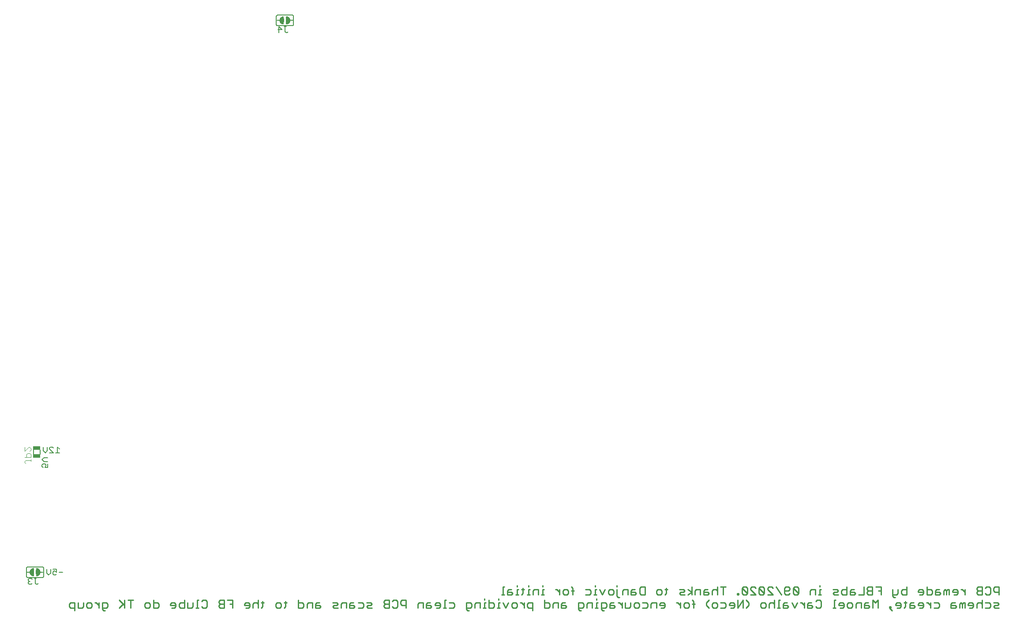
<source format=gbo>
G75*
%MOIN*%
%OFA0B0*%
%FSLAX25Y25*%
%IPPOS*%
%LPD*%
%AMOC8*
5,1,8,0,0,1.08239X$1,22.5*
%
%ADD10C,0.01000*%
%ADD11C,0.00700*%
%ADD12C,0.00600*%
%ADD13R,0.05512X0.02559*%
%ADD14C,0.00400*%
%ADD15C,0.00500*%
D10*
X0077334Y0014101D02*
X0078335Y0013100D01*
X0081338Y0013100D01*
X0081338Y0011098D02*
X0081338Y0017103D01*
X0078335Y0017103D01*
X0077334Y0016103D01*
X0077334Y0014101D01*
X0083780Y0013100D02*
X0083780Y0017103D01*
X0083780Y0013100D02*
X0086782Y0013100D01*
X0087783Y0014101D01*
X0087783Y0017103D01*
X0090225Y0016103D02*
X0091226Y0017103D01*
X0093228Y0017103D01*
X0094229Y0016103D01*
X0094229Y0014101D01*
X0093228Y0013100D01*
X0091226Y0013100D01*
X0090225Y0014101D01*
X0090225Y0016103D01*
X0096598Y0017103D02*
X0097598Y0017103D01*
X0099600Y0015102D01*
X0099600Y0017103D02*
X0099600Y0013100D01*
X0102042Y0013100D02*
X0105045Y0013100D01*
X0106046Y0014101D01*
X0106046Y0016103D01*
X0105045Y0017103D01*
X0102042Y0017103D01*
X0102042Y0012099D01*
X0103043Y0011098D01*
X0104044Y0011098D01*
X0114933Y0013100D02*
X0117936Y0016103D01*
X0118937Y0015102D02*
X0114933Y0019105D01*
X0118937Y0019105D02*
X0118937Y0013100D01*
X0123380Y0013100D02*
X0123380Y0019105D01*
X0121379Y0019105D02*
X0125382Y0019105D01*
X0134270Y0016103D02*
X0135270Y0017103D01*
X0137272Y0017103D01*
X0138273Y0016103D01*
X0138273Y0014101D01*
X0137272Y0013100D01*
X0135270Y0013100D01*
X0134270Y0014101D01*
X0134270Y0016103D01*
X0140715Y0017103D02*
X0143718Y0017103D01*
X0144719Y0016103D01*
X0144719Y0014101D01*
X0143718Y0013100D01*
X0140715Y0013100D01*
X0140715Y0019105D01*
X0153606Y0016103D02*
X0153606Y0015102D01*
X0157610Y0015102D01*
X0157610Y0016103D02*
X0156609Y0017103D01*
X0154607Y0017103D01*
X0153606Y0016103D01*
X0154607Y0013100D02*
X0156609Y0013100D01*
X0157610Y0014101D01*
X0157610Y0016103D01*
X0160052Y0016103D02*
X0161052Y0017103D01*
X0164055Y0017103D01*
X0164055Y0019105D02*
X0164055Y0013100D01*
X0161052Y0013100D01*
X0160052Y0014101D01*
X0160052Y0016103D01*
X0166497Y0017103D02*
X0166497Y0013100D01*
X0169500Y0013100D01*
X0170501Y0014101D01*
X0170501Y0017103D01*
X0173797Y0019105D02*
X0173797Y0013100D01*
X0174798Y0013100D02*
X0172796Y0013100D01*
X0177240Y0014101D02*
X0178240Y0013100D01*
X0180242Y0013100D01*
X0181243Y0014101D01*
X0181243Y0018104D01*
X0180242Y0019105D01*
X0178240Y0019105D01*
X0177240Y0018104D01*
X0174798Y0019105D02*
X0173797Y0019105D01*
X0190131Y0018104D02*
X0190131Y0017103D01*
X0191131Y0016103D01*
X0194134Y0016103D01*
X0194134Y0019105D02*
X0194134Y0013100D01*
X0191131Y0013100D01*
X0190131Y0014101D01*
X0190131Y0015102D01*
X0191131Y0016103D01*
X0190131Y0018104D02*
X0191131Y0019105D01*
X0194134Y0019105D01*
X0196576Y0019105D02*
X0200580Y0019105D01*
X0200580Y0013100D01*
X0200580Y0016103D02*
X0198578Y0016103D01*
X0209467Y0016103D02*
X0209467Y0015102D01*
X0213471Y0015102D01*
X0213471Y0016103D02*
X0212470Y0017103D01*
X0210468Y0017103D01*
X0209467Y0016103D01*
X0210468Y0013100D02*
X0212470Y0013100D01*
X0213471Y0014101D01*
X0213471Y0016103D01*
X0215913Y0016103D02*
X0215913Y0013100D01*
X0215913Y0016103D02*
X0216913Y0017103D01*
X0218915Y0017103D01*
X0219916Y0016103D01*
X0222211Y0017103D02*
X0224213Y0017103D01*
X0223212Y0018104D02*
X0223212Y0014101D01*
X0222211Y0013100D01*
X0219916Y0013100D02*
X0219916Y0019105D01*
X0233101Y0016103D02*
X0234101Y0017103D01*
X0236103Y0017103D01*
X0237104Y0016103D01*
X0237104Y0014101D01*
X0236103Y0013100D01*
X0234101Y0013100D01*
X0233101Y0014101D01*
X0233101Y0016103D01*
X0239399Y0017103D02*
X0241401Y0017103D01*
X0240400Y0018104D02*
X0240400Y0014101D01*
X0239399Y0013100D01*
X0250289Y0013100D02*
X0250289Y0019105D01*
X0250289Y0017103D02*
X0253291Y0017103D01*
X0254292Y0016103D01*
X0254292Y0014101D01*
X0253291Y0013100D01*
X0250289Y0013100D01*
X0256734Y0013100D02*
X0256734Y0016103D01*
X0257735Y0017103D01*
X0260737Y0017103D01*
X0260737Y0013100D01*
X0263180Y0013100D02*
X0266182Y0013100D01*
X0267183Y0014101D01*
X0266182Y0015102D01*
X0263180Y0015102D01*
X0263180Y0016103D02*
X0263180Y0013100D01*
X0263180Y0016103D02*
X0264180Y0017103D01*
X0266182Y0017103D01*
X0276071Y0017103D02*
X0279073Y0017103D01*
X0280074Y0016103D01*
X0279073Y0015102D01*
X0277071Y0015102D01*
X0276071Y0014101D01*
X0277071Y0013100D01*
X0280074Y0013100D01*
X0282516Y0013100D02*
X0282516Y0016103D01*
X0283517Y0017103D01*
X0286519Y0017103D01*
X0286519Y0013100D01*
X0288962Y0013100D02*
X0291964Y0013100D01*
X0292965Y0014101D01*
X0291964Y0015102D01*
X0288962Y0015102D01*
X0288962Y0016103D02*
X0288962Y0013100D01*
X0288962Y0016103D02*
X0289962Y0017103D01*
X0291964Y0017103D01*
X0295407Y0017103D02*
X0298410Y0017103D01*
X0299410Y0016103D01*
X0299410Y0014101D01*
X0298410Y0013100D01*
X0295407Y0013100D01*
X0301853Y0014101D02*
X0302853Y0015102D01*
X0304855Y0015102D01*
X0305856Y0016103D01*
X0304855Y0017103D01*
X0301853Y0017103D01*
X0301853Y0014101D02*
X0302853Y0013100D01*
X0305856Y0013100D01*
X0314744Y0014101D02*
X0315744Y0013100D01*
X0318747Y0013100D01*
X0318747Y0019105D01*
X0315744Y0019105D01*
X0314744Y0018104D01*
X0314744Y0017103D01*
X0315744Y0016103D01*
X0318747Y0016103D01*
X0315744Y0016103D02*
X0314744Y0015102D01*
X0314744Y0014101D01*
X0321189Y0014101D02*
X0322190Y0013100D01*
X0324192Y0013100D01*
X0325192Y0014101D01*
X0325192Y0018104D01*
X0324192Y0019105D01*
X0322190Y0019105D01*
X0321189Y0018104D01*
X0327635Y0018104D02*
X0327635Y0016103D01*
X0328635Y0015102D01*
X0331638Y0015102D01*
X0331638Y0013100D02*
X0331638Y0019105D01*
X0328635Y0019105D01*
X0327635Y0018104D01*
X0340526Y0016103D02*
X0340526Y0013100D01*
X0340526Y0016103D02*
X0341526Y0017103D01*
X0344529Y0017103D01*
X0344529Y0013100D01*
X0346971Y0013100D02*
X0349974Y0013100D01*
X0350974Y0014101D01*
X0349974Y0015102D01*
X0346971Y0015102D01*
X0346971Y0016103D02*
X0346971Y0013100D01*
X0346971Y0016103D02*
X0347972Y0017103D01*
X0349974Y0017103D01*
X0353417Y0016103D02*
X0354417Y0017103D01*
X0356419Y0017103D01*
X0357420Y0016103D01*
X0357420Y0014101D01*
X0356419Y0013100D01*
X0354417Y0013100D01*
X0353417Y0015102D02*
X0357420Y0015102D01*
X0359715Y0013100D02*
X0361717Y0013100D01*
X0360716Y0013100D02*
X0360716Y0019105D01*
X0361717Y0019105D01*
X0364159Y0017103D02*
X0367162Y0017103D01*
X0368162Y0016103D01*
X0368162Y0014101D01*
X0367162Y0013100D01*
X0364159Y0013100D01*
X0353417Y0015102D02*
X0353417Y0016103D01*
X0377050Y0017103D02*
X0377050Y0012099D01*
X0378051Y0011098D01*
X0379052Y0011098D01*
X0380053Y0013100D02*
X0377050Y0013100D01*
X0380053Y0013100D02*
X0381053Y0014101D01*
X0381053Y0016103D01*
X0380053Y0017103D01*
X0377050Y0017103D01*
X0383496Y0016103D02*
X0383496Y0013100D01*
X0383496Y0016103D02*
X0384496Y0017103D01*
X0387499Y0017103D01*
X0387499Y0013100D01*
X0389794Y0013100D02*
X0391796Y0013100D01*
X0390795Y0013100D02*
X0390795Y0017103D01*
X0391796Y0017103D01*
X0390795Y0019105D02*
X0390795Y0020106D01*
X0394238Y0019105D02*
X0394238Y0013100D01*
X0397241Y0013100D01*
X0398241Y0014101D01*
X0398241Y0016103D01*
X0397241Y0017103D01*
X0394238Y0017103D01*
X0401538Y0017103D02*
X0401538Y0013100D01*
X0402538Y0013100D02*
X0400537Y0013100D01*
X0401538Y0017103D02*
X0402538Y0017103D01*
X0401538Y0019105D02*
X0401538Y0020106D01*
X0403759Y0022970D02*
X0405761Y0022970D01*
X0404760Y0022970D02*
X0404760Y0028975D01*
X0405761Y0028975D01*
X0408203Y0025973D02*
X0408203Y0022970D01*
X0411206Y0022970D01*
X0412207Y0023971D01*
X0411206Y0024972D01*
X0408203Y0024972D01*
X0408203Y0025973D02*
X0409204Y0026973D01*
X0411206Y0026973D01*
X0415503Y0026973D02*
X0415503Y0022970D01*
X0416504Y0022970D02*
X0414502Y0022970D01*
X0415503Y0026973D02*
X0416504Y0026973D01*
X0415503Y0028975D02*
X0415503Y0029976D01*
X0418799Y0026973D02*
X0420801Y0026973D01*
X0419800Y0027974D02*
X0419800Y0023971D01*
X0418799Y0022970D01*
X0423096Y0022970D02*
X0425098Y0022970D01*
X0424097Y0022970D02*
X0424097Y0026973D01*
X0425098Y0026973D01*
X0424097Y0028975D02*
X0424097Y0029976D01*
X0427540Y0025973D02*
X0427540Y0022970D01*
X0427540Y0025973D02*
X0428541Y0026973D01*
X0431543Y0026973D01*
X0431543Y0022970D01*
X0433838Y0022970D02*
X0435840Y0022970D01*
X0434839Y0022970D02*
X0434839Y0026973D01*
X0435840Y0026973D01*
X0434839Y0028975D02*
X0434839Y0029976D01*
X0444654Y0026973D02*
X0445655Y0026973D01*
X0447657Y0024972D01*
X0447657Y0026973D02*
X0447657Y0022970D01*
X0450099Y0023971D02*
X0450099Y0025973D01*
X0451100Y0026973D01*
X0453102Y0026973D01*
X0454102Y0025973D01*
X0454102Y0023971D01*
X0453102Y0022970D01*
X0451100Y0022970D01*
X0450099Y0023971D01*
X0456398Y0025973D02*
X0458399Y0025973D01*
X0457399Y0027974D02*
X0457399Y0022970D01*
X0457399Y0027974D02*
X0456398Y0028975D01*
X0467287Y0026973D02*
X0470290Y0026973D01*
X0471290Y0025973D01*
X0471290Y0023971D01*
X0470290Y0022970D01*
X0467287Y0022970D01*
X0469362Y0017103D02*
X0468361Y0016103D01*
X0468361Y0013100D01*
X0465919Y0014101D02*
X0464918Y0013100D01*
X0461916Y0013100D01*
X0461916Y0012099D02*
X0461916Y0017103D01*
X0464918Y0017103D01*
X0465919Y0016103D01*
X0465919Y0014101D01*
X0463917Y0011098D02*
X0462917Y0011098D01*
X0461916Y0012099D01*
X0469362Y0017103D02*
X0472365Y0017103D01*
X0472365Y0013100D01*
X0474660Y0013100D02*
X0476662Y0013100D01*
X0475661Y0013100D02*
X0475661Y0017103D01*
X0476662Y0017103D01*
X0475661Y0019105D02*
X0475661Y0020106D01*
X0475587Y0022970D02*
X0473586Y0022970D01*
X0474587Y0022970D02*
X0474587Y0026973D01*
X0475587Y0026973D01*
X0474587Y0028975D02*
X0474587Y0029976D01*
X0478029Y0026973D02*
X0480031Y0022970D01*
X0482033Y0026973D01*
X0484475Y0025973D02*
X0485476Y0026973D01*
X0487478Y0026973D01*
X0488478Y0025973D01*
X0488478Y0023971D01*
X0487478Y0022970D01*
X0485476Y0022970D01*
X0484475Y0023971D01*
X0484475Y0025973D01*
X0490774Y0026973D02*
X0490774Y0021969D01*
X0491775Y0020968D01*
X0492775Y0020968D01*
X0495217Y0022970D02*
X0495217Y0025973D01*
X0496218Y0026973D01*
X0499221Y0026973D01*
X0499221Y0022970D01*
X0501663Y0022970D02*
X0504666Y0022970D01*
X0505666Y0023971D01*
X0504666Y0024972D01*
X0501663Y0024972D01*
X0501663Y0025973D02*
X0501663Y0022970D01*
X0501663Y0025973D02*
X0502664Y0026973D01*
X0504666Y0026973D01*
X0508108Y0027974D02*
X0509109Y0028975D01*
X0512112Y0028975D01*
X0512112Y0022970D01*
X0509109Y0022970D01*
X0508108Y0023971D01*
X0508108Y0027974D01*
X0520999Y0025973D02*
X0522000Y0026973D01*
X0524002Y0026973D01*
X0525003Y0025973D01*
X0525003Y0023971D01*
X0524002Y0022970D01*
X0522000Y0022970D01*
X0520999Y0023971D01*
X0520999Y0025973D01*
X0527298Y0026973D02*
X0529300Y0026973D01*
X0528299Y0027974D02*
X0528299Y0023971D01*
X0527298Y0022970D01*
X0526151Y0017103D02*
X0524149Y0017103D01*
X0523148Y0016103D01*
X0523148Y0015102D01*
X0527151Y0015102D01*
X0527151Y0016103D02*
X0526151Y0017103D01*
X0527151Y0016103D02*
X0527151Y0014101D01*
X0526151Y0013100D01*
X0524149Y0013100D01*
X0520706Y0013100D02*
X0520706Y0017103D01*
X0517703Y0017103D01*
X0516702Y0016103D01*
X0516702Y0013100D01*
X0514260Y0014101D02*
X0513260Y0013100D01*
X0510257Y0013100D01*
X0507815Y0014101D02*
X0506814Y0013100D01*
X0504812Y0013100D01*
X0503811Y0014101D01*
X0503811Y0016103D01*
X0504812Y0017103D01*
X0506814Y0017103D01*
X0507815Y0016103D01*
X0507815Y0014101D01*
X0510257Y0017103D02*
X0513260Y0017103D01*
X0514260Y0016103D01*
X0514260Y0014101D01*
X0501369Y0014101D02*
X0501369Y0017103D01*
X0501369Y0014101D02*
X0500369Y0013100D01*
X0497366Y0013100D01*
X0497366Y0017103D01*
X0494924Y0017103D02*
X0494924Y0013100D01*
X0494924Y0015102D02*
X0492922Y0017103D01*
X0491921Y0017103D01*
X0488552Y0017103D02*
X0486550Y0017103D01*
X0485549Y0016103D01*
X0485549Y0013100D01*
X0488552Y0013100D01*
X0489553Y0014101D01*
X0488552Y0015102D01*
X0485549Y0015102D01*
X0483107Y0016103D02*
X0483107Y0014101D01*
X0482106Y0013100D01*
X0479104Y0013100D01*
X0479104Y0012099D02*
X0479104Y0017103D01*
X0482106Y0017103D01*
X0483107Y0016103D01*
X0481105Y0011098D02*
X0480105Y0011098D01*
X0479104Y0012099D01*
X0490774Y0028975D02*
X0490774Y0029976D01*
X0452027Y0017103D02*
X0450026Y0017103D01*
X0449025Y0016103D01*
X0449025Y0013100D01*
X0452027Y0013100D01*
X0453028Y0014101D01*
X0452027Y0015102D01*
X0449025Y0015102D01*
X0446583Y0013100D02*
X0446583Y0017103D01*
X0443580Y0017103D01*
X0442579Y0016103D01*
X0442579Y0013100D01*
X0440137Y0014101D02*
X0440137Y0016103D01*
X0439136Y0017103D01*
X0436134Y0017103D01*
X0436134Y0019105D02*
X0436134Y0013100D01*
X0439136Y0013100D01*
X0440137Y0014101D01*
X0427246Y0013100D02*
X0424244Y0013100D01*
X0423243Y0014101D01*
X0423243Y0016103D01*
X0424244Y0017103D01*
X0427246Y0017103D01*
X0427246Y0011098D01*
X0420801Y0013100D02*
X0420801Y0017103D01*
X0420801Y0015102D02*
X0418799Y0017103D01*
X0417798Y0017103D01*
X0415429Y0016103D02*
X0414429Y0017103D01*
X0412427Y0017103D01*
X0411426Y0016103D01*
X0411426Y0014101D01*
X0412427Y0013100D01*
X0414429Y0013100D01*
X0415429Y0014101D01*
X0415429Y0016103D01*
X0408984Y0017103D02*
X0406982Y0013100D01*
X0404980Y0017103D01*
X0535966Y0017103D02*
X0536966Y0017103D01*
X0538968Y0015102D01*
X0538968Y0017103D02*
X0538968Y0013100D01*
X0541410Y0014101D02*
X0541410Y0016103D01*
X0542411Y0017103D01*
X0544413Y0017103D01*
X0545414Y0016103D01*
X0545414Y0014101D01*
X0544413Y0013100D01*
X0542411Y0013100D01*
X0541410Y0014101D01*
X0547709Y0016103D02*
X0549711Y0016103D01*
X0548710Y0018104D02*
X0548710Y0013100D01*
X0548710Y0018104D02*
X0547709Y0019105D01*
X0547562Y0022970D02*
X0547562Y0028975D01*
X0544560Y0026973D02*
X0547562Y0024972D01*
X0544560Y0022970D01*
X0542191Y0022970D02*
X0539188Y0022970D01*
X0538187Y0023971D01*
X0539188Y0024972D01*
X0541190Y0024972D01*
X0542191Y0025973D01*
X0541190Y0026973D01*
X0538187Y0026973D01*
X0550004Y0025973D02*
X0550004Y0022970D01*
X0550004Y0025973D02*
X0551005Y0026973D01*
X0554008Y0026973D01*
X0554008Y0022970D01*
X0556450Y0022970D02*
X0559452Y0022970D01*
X0560453Y0023971D01*
X0559452Y0024972D01*
X0556450Y0024972D01*
X0556450Y0025973D02*
X0556450Y0022970D01*
X0556450Y0025973D02*
X0557451Y0026973D01*
X0559452Y0026973D01*
X0562895Y0025973D02*
X0562895Y0022970D01*
X0562895Y0025973D02*
X0563896Y0026973D01*
X0565898Y0026973D01*
X0566899Y0025973D01*
X0566899Y0028975D02*
X0566899Y0022970D01*
X0571342Y0022970D02*
X0571342Y0028975D01*
X0569341Y0028975D02*
X0573344Y0028975D01*
X0582011Y0023971D02*
X0582011Y0022970D01*
X0583012Y0022970D01*
X0583012Y0023971D01*
X0582011Y0023971D01*
X0585454Y0023971D02*
X0585454Y0027974D01*
X0589458Y0023971D01*
X0588457Y0022970D01*
X0586455Y0022970D01*
X0585454Y0023971D01*
X0585454Y0027974D02*
X0586455Y0028975D01*
X0588457Y0028975D01*
X0589458Y0027974D01*
X0589458Y0023971D01*
X0591900Y0022970D02*
X0595903Y0022970D01*
X0591900Y0026973D01*
X0591900Y0027974D01*
X0592901Y0028975D01*
X0594902Y0028975D01*
X0595903Y0027974D01*
X0598345Y0027974D02*
X0602349Y0023971D01*
X0601348Y0022970D01*
X0599346Y0022970D01*
X0598345Y0023971D01*
X0598345Y0027974D01*
X0599346Y0028975D01*
X0601348Y0028975D01*
X0602349Y0027974D01*
X0602349Y0023971D01*
X0604791Y0022970D02*
X0608794Y0022970D01*
X0604791Y0026973D01*
X0604791Y0027974D01*
X0605792Y0028975D01*
X0607793Y0028975D01*
X0608794Y0027974D01*
X0611236Y0028975D02*
X0615240Y0022970D01*
X0617682Y0023971D02*
X0617682Y0027974D01*
X0618683Y0028975D01*
X0620684Y0028975D01*
X0621685Y0027974D01*
X0621685Y0026973D01*
X0620684Y0025973D01*
X0617682Y0025973D01*
X0617682Y0023971D02*
X0618683Y0022970D01*
X0620684Y0022970D01*
X0621685Y0023971D01*
X0624127Y0023971D02*
X0625128Y0022970D01*
X0627130Y0022970D01*
X0628131Y0023971D01*
X0624127Y0027974D01*
X0624127Y0023971D01*
X0624127Y0027974D02*
X0625128Y0028975D01*
X0627130Y0028975D01*
X0628131Y0027974D01*
X0628131Y0023971D01*
X0627057Y0017103D02*
X0625055Y0013100D01*
X0623053Y0017103D01*
X0619610Y0017103D02*
X0617609Y0017103D01*
X0616608Y0016103D01*
X0616608Y0013100D01*
X0619610Y0013100D01*
X0620611Y0014101D01*
X0619610Y0015102D01*
X0616608Y0015102D01*
X0614166Y0013100D02*
X0612164Y0013100D01*
X0613165Y0013100D02*
X0613165Y0019105D01*
X0614166Y0019105D01*
X0609869Y0019105D02*
X0609869Y0013100D01*
X0609869Y0016103D02*
X0608868Y0017103D01*
X0606866Y0017103D01*
X0605865Y0016103D01*
X0605865Y0013100D01*
X0603423Y0014101D02*
X0602422Y0013100D01*
X0600421Y0013100D01*
X0599420Y0014101D01*
X0599420Y0016103D01*
X0600421Y0017103D01*
X0602422Y0017103D01*
X0603423Y0016103D01*
X0603423Y0014101D01*
X0590532Y0015102D02*
X0590532Y0017103D01*
X0588530Y0019105D01*
X0586235Y0019105D02*
X0582232Y0013100D01*
X0582232Y0019105D01*
X0579790Y0016103D02*
X0578789Y0017103D01*
X0576787Y0017103D01*
X0575786Y0016103D01*
X0575786Y0015102D01*
X0579790Y0015102D01*
X0579790Y0014101D02*
X0579790Y0016103D01*
X0579790Y0014101D02*
X0578789Y0013100D01*
X0576787Y0013100D01*
X0573344Y0014101D02*
X0572343Y0013100D01*
X0569341Y0013100D01*
X0566899Y0014101D02*
X0565898Y0013100D01*
X0563896Y0013100D01*
X0562895Y0014101D01*
X0562895Y0016103D01*
X0563896Y0017103D01*
X0565898Y0017103D01*
X0566899Y0016103D01*
X0566899Y0014101D01*
X0569341Y0017103D02*
X0572343Y0017103D01*
X0573344Y0016103D01*
X0573344Y0014101D01*
X0560453Y0013100D02*
X0558451Y0015102D01*
X0558451Y0017103D01*
X0560453Y0019105D01*
X0586235Y0019105D02*
X0586235Y0013100D01*
X0588530Y0013100D02*
X0590532Y0015102D01*
X0629425Y0017103D02*
X0630426Y0017103D01*
X0632428Y0015102D01*
X0632428Y0017103D02*
X0632428Y0013100D01*
X0634870Y0013100D02*
X0637872Y0013100D01*
X0638873Y0014101D01*
X0637872Y0015102D01*
X0634870Y0015102D01*
X0634870Y0016103D02*
X0634870Y0013100D01*
X0634870Y0016103D02*
X0635871Y0017103D01*
X0637872Y0017103D01*
X0641315Y0018104D02*
X0642316Y0019105D01*
X0644318Y0019105D01*
X0645319Y0018104D01*
X0645319Y0014101D01*
X0644318Y0013100D01*
X0642316Y0013100D01*
X0641315Y0014101D01*
X0654060Y0013100D02*
X0656061Y0013100D01*
X0655060Y0013100D02*
X0655060Y0019105D01*
X0656061Y0019105D01*
X0658503Y0016103D02*
X0659504Y0017103D01*
X0661506Y0017103D01*
X0662507Y0016103D01*
X0662507Y0014101D01*
X0661506Y0013100D01*
X0659504Y0013100D01*
X0658503Y0015102D02*
X0662507Y0015102D01*
X0664949Y0016103D02*
X0665950Y0017103D01*
X0667951Y0017103D01*
X0668952Y0016103D01*
X0668952Y0014101D01*
X0667951Y0013100D01*
X0665950Y0013100D01*
X0664949Y0014101D01*
X0664949Y0016103D01*
X0671394Y0016103D02*
X0671394Y0013100D01*
X0671394Y0016103D02*
X0672395Y0017103D01*
X0675398Y0017103D01*
X0675398Y0013100D01*
X0677840Y0013100D02*
X0680842Y0013100D01*
X0681843Y0014101D01*
X0680842Y0015102D01*
X0677840Y0015102D01*
X0677840Y0016103D02*
X0677840Y0013100D01*
X0677840Y0016103D02*
X0678841Y0017103D01*
X0680842Y0017103D01*
X0684285Y0019105D02*
X0684285Y0013100D01*
X0688289Y0013100D02*
X0688289Y0019105D01*
X0686287Y0017103D01*
X0684285Y0019105D01*
X0683992Y0022970D02*
X0680989Y0022970D01*
X0679988Y0023971D01*
X0679988Y0024972D01*
X0680989Y0025973D01*
X0683992Y0025973D01*
X0683992Y0028975D02*
X0683992Y0022970D01*
X0680989Y0025973D02*
X0679988Y0026973D01*
X0679988Y0027974D01*
X0680989Y0028975D01*
X0683992Y0028975D01*
X0686434Y0028975D02*
X0690437Y0028975D01*
X0690437Y0022970D01*
X0690437Y0025973D02*
X0688436Y0025973D01*
X0677546Y0028975D02*
X0677546Y0022970D01*
X0673543Y0022970D01*
X0671101Y0023971D02*
X0670100Y0024972D01*
X0667097Y0024972D01*
X0667097Y0025973D02*
X0667097Y0022970D01*
X0670100Y0022970D01*
X0671101Y0023971D01*
X0670100Y0026973D02*
X0668098Y0026973D01*
X0667097Y0025973D01*
X0664655Y0026973D02*
X0661653Y0026973D01*
X0660652Y0025973D01*
X0660652Y0023971D01*
X0661653Y0022970D01*
X0664655Y0022970D01*
X0664655Y0028975D01*
X0658210Y0025973D02*
X0657209Y0026973D01*
X0654206Y0026973D01*
X0655207Y0024972D02*
X0654206Y0023971D01*
X0655207Y0022970D01*
X0658210Y0022970D01*
X0657209Y0024972D02*
X0658210Y0025973D01*
X0657209Y0024972D02*
X0655207Y0024972D01*
X0658503Y0016103D02*
X0658503Y0015102D01*
X0645319Y0022970D02*
X0643317Y0022970D01*
X0644318Y0022970D02*
X0644318Y0026973D01*
X0645319Y0026973D01*
X0644318Y0028975D02*
X0644318Y0029976D01*
X0641022Y0026973D02*
X0638019Y0026973D01*
X0637018Y0025973D01*
X0637018Y0022970D01*
X0641022Y0022970D02*
X0641022Y0026973D01*
X0697030Y0014101D02*
X0698030Y0014101D01*
X0698030Y0013100D01*
X0697030Y0013100D01*
X0697030Y0014101D01*
X0697030Y0013100D02*
X0699031Y0011098D01*
X0702474Y0013100D02*
X0704476Y0013100D01*
X0705477Y0014101D01*
X0705477Y0016103D01*
X0704476Y0017103D01*
X0702474Y0017103D01*
X0701473Y0016103D01*
X0701473Y0015102D01*
X0705477Y0015102D01*
X0707772Y0017103D02*
X0709774Y0017103D01*
X0708773Y0018104D02*
X0708773Y0014101D01*
X0707772Y0013100D01*
X0712216Y0013100D02*
X0715218Y0013100D01*
X0716219Y0014101D01*
X0715218Y0015102D01*
X0712216Y0015102D01*
X0712216Y0016103D02*
X0712216Y0013100D01*
X0712216Y0016103D02*
X0713217Y0017103D01*
X0715218Y0017103D01*
X0718661Y0016103D02*
X0718661Y0015102D01*
X0722665Y0015102D01*
X0722665Y0016103D02*
X0721664Y0017103D01*
X0719662Y0017103D01*
X0718661Y0016103D01*
X0719662Y0013100D02*
X0721664Y0013100D01*
X0722665Y0014101D01*
X0722665Y0016103D01*
X0725033Y0017103D02*
X0726034Y0017103D01*
X0728036Y0015102D01*
X0728036Y0017103D02*
X0728036Y0013100D01*
X0730478Y0013100D02*
X0733481Y0013100D01*
X0734482Y0014101D01*
X0734482Y0016103D01*
X0733481Y0017103D01*
X0730478Y0017103D01*
X0731552Y0022970D02*
X0734555Y0022970D01*
X0735556Y0023971D01*
X0734555Y0024972D01*
X0731552Y0024972D01*
X0731552Y0025973D02*
X0731552Y0022970D01*
X0729110Y0023971D02*
X0729110Y0025973D01*
X0728109Y0026973D01*
X0725107Y0026973D01*
X0725107Y0028975D02*
X0725107Y0022970D01*
X0728109Y0022970D01*
X0729110Y0023971D01*
X0731552Y0025973D02*
X0732553Y0026973D01*
X0734555Y0026973D01*
X0737998Y0025973D02*
X0737998Y0022970D01*
X0740000Y0022970D02*
X0740000Y0025973D01*
X0738999Y0026973D01*
X0737998Y0025973D01*
X0740000Y0025973D02*
X0741000Y0026973D01*
X0742001Y0026973D01*
X0742001Y0022970D01*
X0744443Y0024972D02*
X0748447Y0024972D01*
X0748447Y0025973D02*
X0747446Y0026973D01*
X0745444Y0026973D01*
X0744443Y0025973D01*
X0744443Y0024972D01*
X0745444Y0022970D02*
X0747446Y0022970D01*
X0748447Y0023971D01*
X0748447Y0025973D01*
X0750815Y0026973D02*
X0751816Y0026973D01*
X0753818Y0024972D01*
X0753818Y0026973D02*
X0753818Y0022970D01*
X0753818Y0017103D02*
X0752817Y0017103D01*
X0751816Y0016103D01*
X0750815Y0017103D01*
X0749815Y0016103D01*
X0749815Y0013100D01*
X0751816Y0013100D02*
X0751816Y0016103D01*
X0753818Y0017103D02*
X0753818Y0013100D01*
X0756260Y0015102D02*
X0760264Y0015102D01*
X0760264Y0016103D02*
X0759263Y0017103D01*
X0757261Y0017103D01*
X0756260Y0016103D01*
X0756260Y0015102D01*
X0757261Y0013100D02*
X0759263Y0013100D01*
X0760264Y0014101D01*
X0760264Y0016103D01*
X0762706Y0016103D02*
X0762706Y0013100D01*
X0762706Y0016103D02*
X0763706Y0017103D01*
X0765708Y0017103D01*
X0766709Y0016103D01*
X0769151Y0017103D02*
X0772154Y0017103D01*
X0773155Y0016103D01*
X0773155Y0014101D01*
X0772154Y0013100D01*
X0769151Y0013100D01*
X0766709Y0013100D02*
X0766709Y0019105D01*
X0766709Y0022970D02*
X0763706Y0022970D01*
X0762706Y0023971D01*
X0762706Y0024972D01*
X0763706Y0025973D01*
X0766709Y0025973D01*
X0766709Y0028975D02*
X0766709Y0022970D01*
X0769151Y0023971D02*
X0770152Y0022970D01*
X0772154Y0022970D01*
X0773155Y0023971D01*
X0773155Y0027974D01*
X0772154Y0028975D01*
X0770152Y0028975D01*
X0769151Y0027974D01*
X0766709Y0028975D02*
X0763706Y0028975D01*
X0762706Y0027974D01*
X0762706Y0026973D01*
X0763706Y0025973D01*
X0775597Y0025973D02*
X0775597Y0027974D01*
X0776597Y0028975D01*
X0779600Y0028975D01*
X0779600Y0022970D01*
X0779600Y0024972D02*
X0776597Y0024972D01*
X0775597Y0025973D01*
X0775597Y0017103D02*
X0778599Y0017103D01*
X0779600Y0016103D01*
X0778599Y0015102D01*
X0776597Y0015102D01*
X0775597Y0014101D01*
X0776597Y0013100D01*
X0779600Y0013100D01*
X0747373Y0014101D02*
X0746372Y0015102D01*
X0743369Y0015102D01*
X0743369Y0016103D02*
X0743369Y0013100D01*
X0746372Y0013100D01*
X0747373Y0014101D01*
X0746372Y0017103D02*
X0744370Y0017103D01*
X0743369Y0016103D01*
X0722665Y0023971D02*
X0722665Y0025973D01*
X0721664Y0026973D01*
X0719662Y0026973D01*
X0718661Y0025973D01*
X0718661Y0024972D01*
X0722665Y0024972D01*
X0722665Y0023971D02*
X0721664Y0022970D01*
X0719662Y0022970D01*
X0709774Y0022970D02*
X0709774Y0028975D01*
X0709774Y0026973D02*
X0706771Y0026973D01*
X0705770Y0025973D01*
X0705770Y0023971D01*
X0706771Y0022970D01*
X0709774Y0022970D01*
X0703328Y0023971D02*
X0702327Y0022970D01*
X0699325Y0022970D01*
X0699325Y0021969D02*
X0700326Y0020968D01*
X0701327Y0020968D01*
X0699325Y0021969D02*
X0699325Y0026973D01*
X0703328Y0026973D02*
X0703328Y0023971D01*
D11*
X0072250Y0040102D02*
X0069381Y0040102D01*
X0067646Y0040102D02*
X0066212Y0040819D01*
X0065494Y0040819D01*
X0064777Y0040102D01*
X0064777Y0038667D01*
X0065494Y0037950D01*
X0066929Y0037950D01*
X0067646Y0038667D01*
X0067646Y0040102D02*
X0067646Y0042254D01*
X0064777Y0042254D01*
X0063042Y0042254D02*
X0063042Y0039385D01*
X0061608Y0037950D01*
X0060173Y0039385D01*
X0060173Y0042254D01*
X0061004Y0119200D02*
X0058852Y0119200D01*
X0059569Y0120635D01*
X0059569Y0121352D01*
X0058852Y0122069D01*
X0057417Y0122069D01*
X0056700Y0121352D01*
X0056700Y0119917D01*
X0057417Y0119200D01*
X0061004Y0119200D02*
X0061004Y0122069D01*
X0061004Y0123804D02*
X0058135Y0123804D01*
X0056700Y0125238D01*
X0058135Y0126673D01*
X0061004Y0126673D01*
X0062277Y0130450D02*
X0065146Y0130450D01*
X0062277Y0133319D01*
X0062277Y0134036D01*
X0062994Y0134754D01*
X0064429Y0134754D01*
X0065146Y0134036D01*
X0068315Y0134754D02*
X0068315Y0130450D01*
X0066881Y0130450D02*
X0069750Y0130450D01*
X0069750Y0133319D02*
X0068315Y0134754D01*
X0060542Y0134754D02*
X0060542Y0131885D01*
X0059108Y0130450D01*
X0057673Y0131885D01*
X0057673Y0134754D01*
D12*
X0055100Y0132561D02*
X0055100Y0129332D01*
X0050100Y0129332D02*
X0050100Y0132561D01*
X0045850Y0044100D02*
X0056850Y0044100D01*
X0056910Y0044098D01*
X0056971Y0044093D01*
X0057030Y0044084D01*
X0057089Y0044071D01*
X0057148Y0044055D01*
X0057205Y0044035D01*
X0057260Y0044012D01*
X0057315Y0043985D01*
X0057367Y0043956D01*
X0057418Y0043923D01*
X0057467Y0043887D01*
X0057513Y0043849D01*
X0057557Y0043807D01*
X0057599Y0043763D01*
X0057637Y0043717D01*
X0057673Y0043668D01*
X0057706Y0043617D01*
X0057735Y0043565D01*
X0057762Y0043510D01*
X0057785Y0043455D01*
X0057805Y0043398D01*
X0057821Y0043339D01*
X0057834Y0043280D01*
X0057843Y0043221D01*
X0057848Y0043160D01*
X0057850Y0043100D01*
X0057850Y0037100D01*
X0057848Y0037040D01*
X0057843Y0036979D01*
X0057834Y0036920D01*
X0057821Y0036861D01*
X0057805Y0036802D01*
X0057785Y0036745D01*
X0057762Y0036690D01*
X0057735Y0036635D01*
X0057706Y0036583D01*
X0057673Y0036532D01*
X0057637Y0036483D01*
X0057599Y0036437D01*
X0057557Y0036393D01*
X0057513Y0036351D01*
X0057467Y0036313D01*
X0057418Y0036277D01*
X0057367Y0036244D01*
X0057315Y0036215D01*
X0057260Y0036188D01*
X0057205Y0036165D01*
X0057148Y0036145D01*
X0057089Y0036129D01*
X0057030Y0036116D01*
X0056971Y0036107D01*
X0056910Y0036102D01*
X0056850Y0036100D01*
X0045850Y0036100D01*
X0045790Y0036102D01*
X0045729Y0036107D01*
X0045670Y0036116D01*
X0045611Y0036129D01*
X0045552Y0036145D01*
X0045495Y0036165D01*
X0045440Y0036188D01*
X0045385Y0036215D01*
X0045333Y0036244D01*
X0045282Y0036277D01*
X0045233Y0036313D01*
X0045187Y0036351D01*
X0045143Y0036393D01*
X0045101Y0036437D01*
X0045063Y0036483D01*
X0045027Y0036532D01*
X0044994Y0036583D01*
X0044965Y0036635D01*
X0044938Y0036690D01*
X0044915Y0036745D01*
X0044895Y0036802D01*
X0044879Y0036861D01*
X0044866Y0036920D01*
X0044857Y0036979D01*
X0044852Y0037040D01*
X0044850Y0037100D01*
X0044850Y0043100D01*
X0044852Y0043160D01*
X0044857Y0043221D01*
X0044866Y0043280D01*
X0044879Y0043339D01*
X0044895Y0043398D01*
X0044915Y0043455D01*
X0044938Y0043510D01*
X0044965Y0043565D01*
X0044994Y0043617D01*
X0045027Y0043668D01*
X0045063Y0043717D01*
X0045101Y0043763D01*
X0045143Y0043807D01*
X0045187Y0043849D01*
X0045233Y0043887D01*
X0045282Y0043923D01*
X0045333Y0043956D01*
X0045385Y0043985D01*
X0045440Y0044012D01*
X0045495Y0044035D01*
X0045552Y0044055D01*
X0045611Y0044071D01*
X0045670Y0044084D01*
X0045729Y0044093D01*
X0045790Y0044098D01*
X0045850Y0044100D01*
X0045350Y0040100D02*
X0047350Y0040100D01*
X0055350Y0040100D02*
X0057350Y0040100D01*
X0234600Y0453600D02*
X0245600Y0453600D01*
X0245660Y0453602D01*
X0245721Y0453607D01*
X0245780Y0453616D01*
X0245839Y0453629D01*
X0245898Y0453645D01*
X0245955Y0453665D01*
X0246010Y0453688D01*
X0246065Y0453715D01*
X0246117Y0453744D01*
X0246168Y0453777D01*
X0246217Y0453813D01*
X0246263Y0453851D01*
X0246307Y0453893D01*
X0246349Y0453937D01*
X0246387Y0453983D01*
X0246423Y0454032D01*
X0246456Y0454083D01*
X0246485Y0454135D01*
X0246512Y0454190D01*
X0246535Y0454245D01*
X0246555Y0454302D01*
X0246571Y0454361D01*
X0246584Y0454420D01*
X0246593Y0454479D01*
X0246598Y0454540D01*
X0246600Y0454600D01*
X0246600Y0460600D01*
X0246598Y0460660D01*
X0246593Y0460721D01*
X0246584Y0460780D01*
X0246571Y0460839D01*
X0246555Y0460898D01*
X0246535Y0460955D01*
X0246512Y0461010D01*
X0246485Y0461065D01*
X0246456Y0461117D01*
X0246423Y0461168D01*
X0246387Y0461217D01*
X0246349Y0461263D01*
X0246307Y0461307D01*
X0246263Y0461349D01*
X0246217Y0461387D01*
X0246168Y0461423D01*
X0246117Y0461456D01*
X0246065Y0461485D01*
X0246010Y0461512D01*
X0245955Y0461535D01*
X0245898Y0461555D01*
X0245839Y0461571D01*
X0245780Y0461584D01*
X0245721Y0461593D01*
X0245660Y0461598D01*
X0245600Y0461600D01*
X0234600Y0461600D01*
X0234540Y0461598D01*
X0234479Y0461593D01*
X0234420Y0461584D01*
X0234361Y0461571D01*
X0234302Y0461555D01*
X0234245Y0461535D01*
X0234190Y0461512D01*
X0234135Y0461485D01*
X0234083Y0461456D01*
X0234032Y0461423D01*
X0233983Y0461387D01*
X0233937Y0461349D01*
X0233893Y0461307D01*
X0233851Y0461263D01*
X0233813Y0461217D01*
X0233777Y0461168D01*
X0233744Y0461117D01*
X0233715Y0461065D01*
X0233688Y0461010D01*
X0233665Y0460955D01*
X0233645Y0460898D01*
X0233629Y0460839D01*
X0233616Y0460780D01*
X0233607Y0460721D01*
X0233602Y0460660D01*
X0233600Y0460600D01*
X0233600Y0454600D01*
X0233602Y0454540D01*
X0233607Y0454479D01*
X0233616Y0454420D01*
X0233629Y0454361D01*
X0233645Y0454302D01*
X0233665Y0454245D01*
X0233688Y0454190D01*
X0233715Y0454135D01*
X0233744Y0454083D01*
X0233777Y0454032D01*
X0233813Y0453983D01*
X0233851Y0453937D01*
X0233893Y0453893D01*
X0233937Y0453851D01*
X0233983Y0453813D01*
X0234032Y0453777D01*
X0234083Y0453744D01*
X0234135Y0453715D01*
X0234190Y0453688D01*
X0234245Y0453665D01*
X0234302Y0453645D01*
X0234361Y0453629D01*
X0234420Y0453616D01*
X0234479Y0453607D01*
X0234540Y0453602D01*
X0234600Y0453600D01*
X0234100Y0457600D02*
X0236100Y0457600D01*
X0244100Y0457600D02*
X0246100Y0457600D01*
D13*
X0052606Y0133826D03*
X0052606Y0128026D03*
D14*
X0048097Y0126904D02*
X0048097Y0129206D01*
X0047330Y0129973D01*
X0045795Y0129973D01*
X0045028Y0129206D01*
X0045028Y0126904D01*
X0043493Y0126904D02*
X0048097Y0126904D01*
X0048097Y0125369D02*
X0048097Y0123835D01*
X0048097Y0124602D02*
X0044260Y0124602D01*
X0043493Y0123835D01*
X0043493Y0123067D01*
X0044260Y0122300D01*
X0043493Y0131508D02*
X0046562Y0134577D01*
X0047330Y0134577D01*
X0048097Y0133810D01*
X0048097Y0132275D01*
X0047330Y0131508D01*
X0043493Y0131508D02*
X0043493Y0134577D01*
D15*
X0046201Y0031601D02*
X0046952Y0030850D01*
X0048453Y0030850D01*
X0049204Y0031601D01*
X0047703Y0033102D02*
X0046952Y0033102D01*
X0046201Y0032351D01*
X0046201Y0031601D01*
X0046952Y0033102D02*
X0046201Y0033853D01*
X0046201Y0034603D01*
X0046952Y0035354D01*
X0048453Y0035354D01*
X0049204Y0034603D01*
X0050805Y0035354D02*
X0052307Y0035354D01*
X0051556Y0035354D02*
X0051556Y0031601D01*
X0052307Y0030850D01*
X0053057Y0030850D01*
X0053808Y0031601D01*
X0052599Y0037362D02*
X0052351Y0040100D01*
X0052351Y0040100D01*
X0052599Y0042838D01*
X0052600Y0042839D01*
X0052703Y0042827D01*
X0052807Y0042812D01*
X0052909Y0042793D01*
X0053011Y0042769D01*
X0053112Y0042742D01*
X0053211Y0042712D01*
X0053310Y0042677D01*
X0053407Y0042639D01*
X0053502Y0042597D01*
X0053596Y0042551D01*
X0053688Y0042502D01*
X0053779Y0042450D01*
X0053867Y0042394D01*
X0053953Y0042335D01*
X0054036Y0042272D01*
X0054117Y0042207D01*
X0054196Y0042138D01*
X0054272Y0042067D01*
X0054345Y0041992D01*
X0054416Y0041915D01*
X0054483Y0041836D01*
X0054547Y0041753D01*
X0054609Y0041669D01*
X0054666Y0041582D01*
X0054721Y0041493D01*
X0054772Y0041402D01*
X0054820Y0041309D01*
X0054864Y0041215D01*
X0054904Y0041119D01*
X0054941Y0041021D01*
X0054974Y0040922D01*
X0055004Y0040822D01*
X0055029Y0040721D01*
X0055051Y0040619D01*
X0055068Y0040516D01*
X0055082Y0040412D01*
X0055092Y0040309D01*
X0055098Y0040204D01*
X0055100Y0040100D01*
X0055098Y0039996D01*
X0055092Y0039891D01*
X0055082Y0039788D01*
X0055068Y0039684D01*
X0055051Y0039581D01*
X0055029Y0039479D01*
X0055004Y0039378D01*
X0054974Y0039278D01*
X0054941Y0039179D01*
X0054904Y0039081D01*
X0054864Y0038985D01*
X0054820Y0038891D01*
X0054772Y0038798D01*
X0054721Y0038707D01*
X0054666Y0038618D01*
X0054609Y0038531D01*
X0054547Y0038447D01*
X0054483Y0038364D01*
X0054416Y0038285D01*
X0054345Y0038208D01*
X0054272Y0038133D01*
X0054196Y0038062D01*
X0054117Y0037993D01*
X0054036Y0037928D01*
X0053953Y0037865D01*
X0053867Y0037806D01*
X0053779Y0037750D01*
X0053688Y0037698D01*
X0053596Y0037649D01*
X0053502Y0037603D01*
X0053407Y0037561D01*
X0053310Y0037523D01*
X0053211Y0037488D01*
X0053112Y0037458D01*
X0053011Y0037431D01*
X0052909Y0037407D01*
X0052807Y0037388D01*
X0052703Y0037373D01*
X0052600Y0037361D01*
X0052599Y0037838D01*
X0052694Y0037850D01*
X0052787Y0037866D01*
X0052880Y0037887D01*
X0052972Y0037911D01*
X0053063Y0037939D01*
X0053152Y0037970D01*
X0053241Y0038005D01*
X0053327Y0038044D01*
X0053412Y0038087D01*
X0053495Y0038133D01*
X0053576Y0038183D01*
X0053655Y0038235D01*
X0053732Y0038292D01*
X0053806Y0038351D01*
X0053878Y0038413D01*
X0053947Y0038478D01*
X0054013Y0038546D01*
X0054077Y0038617D01*
X0054137Y0038690D01*
X0054194Y0038766D01*
X0054248Y0038844D01*
X0054299Y0038925D01*
X0054346Y0039007D01*
X0054390Y0039091D01*
X0054431Y0039177D01*
X0054467Y0039265D01*
X0054500Y0039354D01*
X0054530Y0039444D01*
X0054555Y0039536D01*
X0054577Y0039628D01*
X0054594Y0039722D01*
X0054608Y0039816D01*
X0054618Y0039910D01*
X0054624Y0040005D01*
X0054626Y0040100D01*
X0054624Y0040195D01*
X0054618Y0040290D01*
X0054608Y0040384D01*
X0054594Y0040478D01*
X0054577Y0040572D01*
X0054555Y0040664D01*
X0054530Y0040756D01*
X0054500Y0040846D01*
X0054467Y0040935D01*
X0054431Y0041023D01*
X0054390Y0041109D01*
X0054346Y0041193D01*
X0054299Y0041275D01*
X0054248Y0041356D01*
X0054194Y0041434D01*
X0054137Y0041510D01*
X0054077Y0041583D01*
X0054013Y0041654D01*
X0053947Y0041722D01*
X0053878Y0041787D01*
X0053806Y0041849D01*
X0053732Y0041908D01*
X0053655Y0041965D01*
X0053576Y0042017D01*
X0053495Y0042067D01*
X0053412Y0042113D01*
X0053327Y0042156D01*
X0053241Y0042195D01*
X0053152Y0042230D01*
X0053063Y0042261D01*
X0052972Y0042289D01*
X0052880Y0042313D01*
X0052787Y0042334D01*
X0052694Y0042350D01*
X0052599Y0042362D01*
X0052599Y0041885D01*
X0052681Y0041871D01*
X0052763Y0041854D01*
X0052843Y0041833D01*
X0052923Y0041809D01*
X0053001Y0041780D01*
X0053078Y0041748D01*
X0053153Y0041713D01*
X0053227Y0041674D01*
X0053299Y0041632D01*
X0053369Y0041587D01*
X0053436Y0041538D01*
X0053501Y0041486D01*
X0053564Y0041432D01*
X0053624Y0041374D01*
X0053682Y0041314D01*
X0053736Y0041251D01*
X0053788Y0041186D01*
X0053837Y0041118D01*
X0053882Y0041049D01*
X0053924Y0040977D01*
X0053963Y0040903D01*
X0053998Y0040828D01*
X0054030Y0040751D01*
X0054059Y0040673D01*
X0054083Y0040593D01*
X0054104Y0040513D01*
X0054121Y0040431D01*
X0054135Y0040349D01*
X0054144Y0040266D01*
X0054150Y0040183D01*
X0054152Y0040100D01*
X0054150Y0040017D01*
X0054144Y0039934D01*
X0054135Y0039851D01*
X0054121Y0039769D01*
X0054104Y0039687D01*
X0054083Y0039607D01*
X0054059Y0039527D01*
X0054030Y0039449D01*
X0053998Y0039372D01*
X0053963Y0039297D01*
X0053924Y0039223D01*
X0053882Y0039151D01*
X0053837Y0039082D01*
X0053788Y0039014D01*
X0053736Y0038949D01*
X0053682Y0038886D01*
X0053624Y0038826D01*
X0053564Y0038768D01*
X0053501Y0038714D01*
X0053436Y0038662D01*
X0053369Y0038613D01*
X0053299Y0038568D01*
X0053227Y0038526D01*
X0053153Y0038487D01*
X0053078Y0038452D01*
X0053001Y0038420D01*
X0052923Y0038391D01*
X0052843Y0038367D01*
X0052763Y0038346D01*
X0052681Y0038329D01*
X0052599Y0038315D01*
X0052599Y0038795D01*
X0052669Y0038811D01*
X0052738Y0038830D01*
X0052806Y0038853D01*
X0052873Y0038879D01*
X0052939Y0038910D01*
X0053002Y0038943D01*
X0053064Y0038980D01*
X0053124Y0039021D01*
X0053181Y0039064D01*
X0053236Y0039111D01*
X0053288Y0039160D01*
X0053338Y0039212D01*
X0053385Y0039267D01*
X0053428Y0039325D01*
X0053469Y0039384D01*
X0053506Y0039446D01*
X0053539Y0039509D01*
X0053570Y0039575D01*
X0053596Y0039642D01*
X0053619Y0039710D01*
X0053639Y0039779D01*
X0053654Y0039850D01*
X0053666Y0039921D01*
X0053674Y0039992D01*
X0053678Y0040064D01*
X0053678Y0040136D01*
X0053674Y0040208D01*
X0053666Y0040279D01*
X0053654Y0040350D01*
X0053639Y0040421D01*
X0053619Y0040490D01*
X0053596Y0040558D01*
X0053570Y0040625D01*
X0053539Y0040691D01*
X0053506Y0040754D01*
X0053469Y0040816D01*
X0053428Y0040875D01*
X0053385Y0040933D01*
X0053338Y0040988D01*
X0053288Y0041040D01*
X0053236Y0041089D01*
X0053181Y0041136D01*
X0053124Y0041179D01*
X0053064Y0041220D01*
X0053002Y0041257D01*
X0052939Y0041290D01*
X0052873Y0041321D01*
X0052806Y0041347D01*
X0052738Y0041370D01*
X0052669Y0041389D01*
X0052599Y0041405D01*
X0052596Y0040918D01*
X0052651Y0040899D01*
X0052704Y0040877D01*
X0052755Y0040852D01*
X0052805Y0040823D01*
X0052852Y0040791D01*
X0052898Y0040755D01*
X0052941Y0040717D01*
X0052981Y0040676D01*
X0053018Y0040632D01*
X0053052Y0040586D01*
X0053083Y0040538D01*
X0053111Y0040487D01*
X0053135Y0040435D01*
X0053156Y0040382D01*
X0053173Y0040327D01*
X0053187Y0040271D01*
X0053196Y0040215D01*
X0053202Y0040157D01*
X0053204Y0040100D01*
X0053202Y0040043D01*
X0053196Y0039985D01*
X0053187Y0039929D01*
X0053173Y0039873D01*
X0053156Y0039818D01*
X0053135Y0039765D01*
X0053111Y0039713D01*
X0053083Y0039662D01*
X0053052Y0039614D01*
X0053018Y0039568D01*
X0052981Y0039524D01*
X0052941Y0039483D01*
X0052898Y0039445D01*
X0052852Y0039409D01*
X0052805Y0039377D01*
X0052755Y0039348D01*
X0052704Y0039323D01*
X0052651Y0039301D01*
X0052596Y0039282D01*
X0052582Y0039799D01*
X0052610Y0039823D01*
X0052636Y0039849D01*
X0052658Y0039878D01*
X0052678Y0039908D01*
X0052695Y0039941D01*
X0052709Y0039975D01*
X0052719Y0040010D01*
X0052726Y0040045D01*
X0052730Y0040082D01*
X0052730Y0040118D01*
X0052726Y0040155D01*
X0052719Y0040190D01*
X0052709Y0040225D01*
X0052695Y0040259D01*
X0052678Y0040292D01*
X0052658Y0040322D01*
X0052636Y0040351D01*
X0052610Y0040377D01*
X0052582Y0040401D01*
X0050101Y0042838D02*
X0050349Y0040100D01*
X0050349Y0040100D01*
X0050101Y0037362D01*
X0050100Y0037361D01*
X0049997Y0037373D01*
X0049893Y0037388D01*
X0049791Y0037407D01*
X0049689Y0037431D01*
X0049588Y0037458D01*
X0049489Y0037488D01*
X0049390Y0037523D01*
X0049293Y0037561D01*
X0049198Y0037603D01*
X0049104Y0037649D01*
X0049012Y0037698D01*
X0048921Y0037750D01*
X0048833Y0037806D01*
X0048747Y0037865D01*
X0048664Y0037928D01*
X0048583Y0037993D01*
X0048504Y0038062D01*
X0048428Y0038133D01*
X0048355Y0038208D01*
X0048284Y0038285D01*
X0048217Y0038364D01*
X0048153Y0038447D01*
X0048091Y0038531D01*
X0048034Y0038618D01*
X0047979Y0038707D01*
X0047928Y0038798D01*
X0047880Y0038891D01*
X0047836Y0038985D01*
X0047796Y0039081D01*
X0047759Y0039179D01*
X0047726Y0039278D01*
X0047696Y0039378D01*
X0047671Y0039479D01*
X0047649Y0039581D01*
X0047632Y0039684D01*
X0047618Y0039788D01*
X0047608Y0039891D01*
X0047602Y0039996D01*
X0047600Y0040100D01*
X0047602Y0040204D01*
X0047608Y0040309D01*
X0047618Y0040412D01*
X0047632Y0040516D01*
X0047649Y0040619D01*
X0047671Y0040721D01*
X0047696Y0040822D01*
X0047726Y0040922D01*
X0047759Y0041021D01*
X0047796Y0041119D01*
X0047836Y0041215D01*
X0047880Y0041309D01*
X0047928Y0041402D01*
X0047979Y0041493D01*
X0048034Y0041582D01*
X0048091Y0041669D01*
X0048153Y0041753D01*
X0048217Y0041836D01*
X0048284Y0041915D01*
X0048355Y0041992D01*
X0048428Y0042067D01*
X0048504Y0042138D01*
X0048583Y0042207D01*
X0048664Y0042272D01*
X0048747Y0042335D01*
X0048833Y0042394D01*
X0048921Y0042450D01*
X0049012Y0042502D01*
X0049104Y0042551D01*
X0049198Y0042597D01*
X0049293Y0042639D01*
X0049390Y0042677D01*
X0049489Y0042712D01*
X0049588Y0042742D01*
X0049689Y0042769D01*
X0049791Y0042793D01*
X0049893Y0042812D01*
X0049997Y0042827D01*
X0050100Y0042839D01*
X0050101Y0042362D01*
X0050006Y0042350D01*
X0049913Y0042334D01*
X0049820Y0042313D01*
X0049728Y0042289D01*
X0049637Y0042261D01*
X0049548Y0042230D01*
X0049459Y0042195D01*
X0049373Y0042156D01*
X0049288Y0042113D01*
X0049205Y0042067D01*
X0049124Y0042017D01*
X0049045Y0041965D01*
X0048968Y0041908D01*
X0048894Y0041849D01*
X0048822Y0041787D01*
X0048753Y0041722D01*
X0048687Y0041654D01*
X0048623Y0041583D01*
X0048563Y0041510D01*
X0048506Y0041434D01*
X0048452Y0041356D01*
X0048401Y0041275D01*
X0048354Y0041193D01*
X0048310Y0041109D01*
X0048269Y0041023D01*
X0048233Y0040935D01*
X0048200Y0040846D01*
X0048170Y0040756D01*
X0048145Y0040664D01*
X0048123Y0040572D01*
X0048106Y0040478D01*
X0048092Y0040384D01*
X0048082Y0040290D01*
X0048076Y0040195D01*
X0048074Y0040100D01*
X0048076Y0040005D01*
X0048082Y0039910D01*
X0048092Y0039816D01*
X0048106Y0039722D01*
X0048123Y0039628D01*
X0048145Y0039536D01*
X0048170Y0039444D01*
X0048200Y0039354D01*
X0048233Y0039265D01*
X0048269Y0039177D01*
X0048310Y0039091D01*
X0048354Y0039007D01*
X0048401Y0038925D01*
X0048452Y0038844D01*
X0048506Y0038766D01*
X0048563Y0038690D01*
X0048623Y0038617D01*
X0048687Y0038546D01*
X0048753Y0038478D01*
X0048822Y0038413D01*
X0048894Y0038351D01*
X0048968Y0038292D01*
X0049045Y0038235D01*
X0049124Y0038183D01*
X0049205Y0038133D01*
X0049288Y0038087D01*
X0049373Y0038044D01*
X0049459Y0038005D01*
X0049548Y0037970D01*
X0049637Y0037939D01*
X0049728Y0037911D01*
X0049820Y0037887D01*
X0049913Y0037866D01*
X0050006Y0037850D01*
X0050101Y0037838D01*
X0050101Y0038315D01*
X0050019Y0038329D01*
X0049937Y0038346D01*
X0049857Y0038367D01*
X0049777Y0038391D01*
X0049699Y0038420D01*
X0049622Y0038452D01*
X0049547Y0038487D01*
X0049473Y0038526D01*
X0049401Y0038568D01*
X0049331Y0038613D01*
X0049264Y0038662D01*
X0049199Y0038714D01*
X0049136Y0038768D01*
X0049076Y0038826D01*
X0049018Y0038886D01*
X0048964Y0038949D01*
X0048912Y0039014D01*
X0048863Y0039082D01*
X0048818Y0039151D01*
X0048776Y0039223D01*
X0048737Y0039297D01*
X0048702Y0039372D01*
X0048670Y0039449D01*
X0048641Y0039527D01*
X0048617Y0039607D01*
X0048596Y0039687D01*
X0048579Y0039769D01*
X0048565Y0039851D01*
X0048556Y0039934D01*
X0048550Y0040017D01*
X0048548Y0040100D01*
X0048550Y0040183D01*
X0048556Y0040266D01*
X0048565Y0040349D01*
X0048579Y0040431D01*
X0048596Y0040513D01*
X0048617Y0040593D01*
X0048641Y0040673D01*
X0048670Y0040751D01*
X0048702Y0040828D01*
X0048737Y0040903D01*
X0048776Y0040977D01*
X0048818Y0041049D01*
X0048863Y0041118D01*
X0048912Y0041186D01*
X0048964Y0041251D01*
X0049018Y0041314D01*
X0049076Y0041374D01*
X0049136Y0041432D01*
X0049199Y0041486D01*
X0049264Y0041538D01*
X0049331Y0041587D01*
X0049401Y0041632D01*
X0049473Y0041674D01*
X0049547Y0041713D01*
X0049622Y0041748D01*
X0049699Y0041780D01*
X0049777Y0041809D01*
X0049857Y0041833D01*
X0049937Y0041854D01*
X0050019Y0041871D01*
X0050101Y0041885D01*
X0050101Y0041405D01*
X0050031Y0041389D01*
X0049962Y0041370D01*
X0049894Y0041347D01*
X0049827Y0041321D01*
X0049761Y0041290D01*
X0049698Y0041257D01*
X0049636Y0041220D01*
X0049576Y0041179D01*
X0049519Y0041136D01*
X0049464Y0041089D01*
X0049412Y0041040D01*
X0049362Y0040988D01*
X0049315Y0040933D01*
X0049272Y0040875D01*
X0049231Y0040816D01*
X0049194Y0040754D01*
X0049161Y0040691D01*
X0049130Y0040625D01*
X0049104Y0040558D01*
X0049081Y0040490D01*
X0049061Y0040421D01*
X0049046Y0040350D01*
X0049034Y0040279D01*
X0049026Y0040208D01*
X0049022Y0040136D01*
X0049022Y0040064D01*
X0049026Y0039992D01*
X0049034Y0039921D01*
X0049046Y0039850D01*
X0049061Y0039779D01*
X0049081Y0039710D01*
X0049104Y0039642D01*
X0049130Y0039575D01*
X0049161Y0039509D01*
X0049194Y0039446D01*
X0049231Y0039384D01*
X0049272Y0039325D01*
X0049315Y0039267D01*
X0049362Y0039212D01*
X0049412Y0039160D01*
X0049464Y0039111D01*
X0049519Y0039064D01*
X0049576Y0039021D01*
X0049636Y0038980D01*
X0049698Y0038943D01*
X0049761Y0038910D01*
X0049827Y0038879D01*
X0049894Y0038853D01*
X0049962Y0038830D01*
X0050031Y0038811D01*
X0050101Y0038795D01*
X0050104Y0039282D01*
X0050049Y0039301D01*
X0049996Y0039323D01*
X0049945Y0039348D01*
X0049895Y0039377D01*
X0049848Y0039409D01*
X0049802Y0039445D01*
X0049759Y0039483D01*
X0049719Y0039524D01*
X0049682Y0039568D01*
X0049648Y0039614D01*
X0049617Y0039662D01*
X0049589Y0039713D01*
X0049565Y0039765D01*
X0049544Y0039818D01*
X0049527Y0039873D01*
X0049513Y0039929D01*
X0049504Y0039985D01*
X0049498Y0040043D01*
X0049496Y0040100D01*
X0049498Y0040157D01*
X0049504Y0040215D01*
X0049513Y0040271D01*
X0049527Y0040327D01*
X0049544Y0040382D01*
X0049565Y0040435D01*
X0049589Y0040487D01*
X0049617Y0040538D01*
X0049648Y0040586D01*
X0049682Y0040632D01*
X0049719Y0040676D01*
X0049759Y0040717D01*
X0049802Y0040755D01*
X0049848Y0040791D01*
X0049895Y0040823D01*
X0049945Y0040852D01*
X0049996Y0040877D01*
X0050049Y0040899D01*
X0050104Y0040918D01*
X0050118Y0040401D01*
X0050090Y0040377D01*
X0050064Y0040351D01*
X0050042Y0040322D01*
X0050022Y0040292D01*
X0050005Y0040259D01*
X0049991Y0040225D01*
X0049981Y0040190D01*
X0049974Y0040155D01*
X0049970Y0040118D01*
X0049970Y0040082D01*
X0049974Y0040045D01*
X0049981Y0040010D01*
X0049991Y0039975D01*
X0050005Y0039941D01*
X0050022Y0039908D01*
X0050042Y0039878D01*
X0050064Y0039849D01*
X0050090Y0039823D01*
X0050118Y0039799D01*
X0235702Y0448350D02*
X0235702Y0452854D01*
X0237954Y0450602D01*
X0234951Y0450602D01*
X0239555Y0452854D02*
X0241057Y0452854D01*
X0240306Y0452854D02*
X0240306Y0449101D01*
X0241057Y0448350D01*
X0241807Y0448350D01*
X0242558Y0449101D01*
X0241349Y0454862D02*
X0241101Y0457600D01*
X0241101Y0457600D01*
X0241349Y0460338D01*
X0241350Y0460339D01*
X0241453Y0460327D01*
X0241557Y0460312D01*
X0241659Y0460293D01*
X0241761Y0460269D01*
X0241862Y0460242D01*
X0241961Y0460212D01*
X0242060Y0460177D01*
X0242157Y0460139D01*
X0242252Y0460097D01*
X0242346Y0460051D01*
X0242438Y0460002D01*
X0242529Y0459950D01*
X0242617Y0459894D01*
X0242703Y0459835D01*
X0242786Y0459772D01*
X0242867Y0459707D01*
X0242946Y0459638D01*
X0243022Y0459567D01*
X0243095Y0459492D01*
X0243166Y0459415D01*
X0243233Y0459336D01*
X0243297Y0459253D01*
X0243359Y0459169D01*
X0243416Y0459082D01*
X0243471Y0458993D01*
X0243522Y0458902D01*
X0243570Y0458809D01*
X0243614Y0458715D01*
X0243654Y0458619D01*
X0243691Y0458521D01*
X0243724Y0458422D01*
X0243754Y0458322D01*
X0243779Y0458221D01*
X0243801Y0458119D01*
X0243818Y0458016D01*
X0243832Y0457912D01*
X0243842Y0457809D01*
X0243848Y0457704D01*
X0243850Y0457600D01*
X0243848Y0457496D01*
X0243842Y0457391D01*
X0243832Y0457288D01*
X0243818Y0457184D01*
X0243801Y0457081D01*
X0243779Y0456979D01*
X0243754Y0456878D01*
X0243724Y0456778D01*
X0243691Y0456679D01*
X0243654Y0456581D01*
X0243614Y0456485D01*
X0243570Y0456391D01*
X0243522Y0456298D01*
X0243471Y0456207D01*
X0243416Y0456118D01*
X0243359Y0456031D01*
X0243297Y0455947D01*
X0243233Y0455864D01*
X0243166Y0455785D01*
X0243095Y0455708D01*
X0243022Y0455633D01*
X0242946Y0455562D01*
X0242867Y0455493D01*
X0242786Y0455428D01*
X0242703Y0455365D01*
X0242617Y0455306D01*
X0242529Y0455250D01*
X0242438Y0455198D01*
X0242346Y0455149D01*
X0242252Y0455103D01*
X0242157Y0455061D01*
X0242060Y0455023D01*
X0241961Y0454988D01*
X0241862Y0454958D01*
X0241761Y0454931D01*
X0241659Y0454907D01*
X0241557Y0454888D01*
X0241453Y0454873D01*
X0241350Y0454861D01*
X0241349Y0455338D01*
X0241444Y0455350D01*
X0241537Y0455366D01*
X0241630Y0455387D01*
X0241722Y0455411D01*
X0241813Y0455439D01*
X0241902Y0455470D01*
X0241991Y0455505D01*
X0242077Y0455544D01*
X0242162Y0455587D01*
X0242245Y0455633D01*
X0242326Y0455683D01*
X0242405Y0455735D01*
X0242482Y0455792D01*
X0242556Y0455851D01*
X0242628Y0455913D01*
X0242697Y0455978D01*
X0242763Y0456046D01*
X0242827Y0456117D01*
X0242887Y0456190D01*
X0242944Y0456266D01*
X0242998Y0456344D01*
X0243049Y0456425D01*
X0243096Y0456507D01*
X0243140Y0456591D01*
X0243181Y0456677D01*
X0243217Y0456765D01*
X0243250Y0456854D01*
X0243280Y0456944D01*
X0243305Y0457036D01*
X0243327Y0457128D01*
X0243344Y0457222D01*
X0243358Y0457316D01*
X0243368Y0457410D01*
X0243374Y0457505D01*
X0243376Y0457600D01*
X0243374Y0457695D01*
X0243368Y0457790D01*
X0243358Y0457884D01*
X0243344Y0457978D01*
X0243327Y0458072D01*
X0243305Y0458164D01*
X0243280Y0458256D01*
X0243250Y0458346D01*
X0243217Y0458435D01*
X0243181Y0458523D01*
X0243140Y0458609D01*
X0243096Y0458693D01*
X0243049Y0458775D01*
X0242998Y0458856D01*
X0242944Y0458934D01*
X0242887Y0459010D01*
X0242827Y0459083D01*
X0242763Y0459154D01*
X0242697Y0459222D01*
X0242628Y0459287D01*
X0242556Y0459349D01*
X0242482Y0459408D01*
X0242405Y0459465D01*
X0242326Y0459517D01*
X0242245Y0459567D01*
X0242162Y0459613D01*
X0242077Y0459656D01*
X0241991Y0459695D01*
X0241902Y0459730D01*
X0241813Y0459761D01*
X0241722Y0459789D01*
X0241630Y0459813D01*
X0241537Y0459834D01*
X0241444Y0459850D01*
X0241349Y0459862D01*
X0241349Y0459385D01*
X0241431Y0459371D01*
X0241513Y0459354D01*
X0241593Y0459333D01*
X0241673Y0459309D01*
X0241751Y0459280D01*
X0241828Y0459248D01*
X0241903Y0459213D01*
X0241977Y0459174D01*
X0242049Y0459132D01*
X0242119Y0459087D01*
X0242186Y0459038D01*
X0242251Y0458986D01*
X0242314Y0458932D01*
X0242374Y0458874D01*
X0242432Y0458814D01*
X0242486Y0458751D01*
X0242538Y0458686D01*
X0242587Y0458618D01*
X0242632Y0458549D01*
X0242674Y0458477D01*
X0242713Y0458403D01*
X0242748Y0458328D01*
X0242780Y0458251D01*
X0242809Y0458173D01*
X0242833Y0458093D01*
X0242854Y0458013D01*
X0242871Y0457931D01*
X0242885Y0457849D01*
X0242894Y0457766D01*
X0242900Y0457683D01*
X0242902Y0457600D01*
X0242900Y0457517D01*
X0242894Y0457434D01*
X0242885Y0457351D01*
X0242871Y0457269D01*
X0242854Y0457187D01*
X0242833Y0457107D01*
X0242809Y0457027D01*
X0242780Y0456949D01*
X0242748Y0456872D01*
X0242713Y0456797D01*
X0242674Y0456723D01*
X0242632Y0456651D01*
X0242587Y0456582D01*
X0242538Y0456514D01*
X0242486Y0456449D01*
X0242432Y0456386D01*
X0242374Y0456326D01*
X0242314Y0456268D01*
X0242251Y0456214D01*
X0242186Y0456162D01*
X0242119Y0456113D01*
X0242049Y0456068D01*
X0241977Y0456026D01*
X0241903Y0455987D01*
X0241828Y0455952D01*
X0241751Y0455920D01*
X0241673Y0455891D01*
X0241593Y0455867D01*
X0241513Y0455846D01*
X0241431Y0455829D01*
X0241349Y0455815D01*
X0241349Y0456295D01*
X0241419Y0456311D01*
X0241488Y0456330D01*
X0241556Y0456353D01*
X0241623Y0456379D01*
X0241689Y0456410D01*
X0241752Y0456443D01*
X0241814Y0456480D01*
X0241874Y0456521D01*
X0241931Y0456564D01*
X0241986Y0456611D01*
X0242038Y0456660D01*
X0242088Y0456712D01*
X0242135Y0456767D01*
X0242178Y0456825D01*
X0242219Y0456884D01*
X0242256Y0456946D01*
X0242289Y0457009D01*
X0242320Y0457075D01*
X0242346Y0457142D01*
X0242369Y0457210D01*
X0242389Y0457279D01*
X0242404Y0457350D01*
X0242416Y0457421D01*
X0242424Y0457492D01*
X0242428Y0457564D01*
X0242428Y0457636D01*
X0242424Y0457708D01*
X0242416Y0457779D01*
X0242404Y0457850D01*
X0242389Y0457921D01*
X0242369Y0457990D01*
X0242346Y0458058D01*
X0242320Y0458125D01*
X0242289Y0458191D01*
X0242256Y0458254D01*
X0242219Y0458316D01*
X0242178Y0458375D01*
X0242135Y0458433D01*
X0242088Y0458488D01*
X0242038Y0458540D01*
X0241986Y0458589D01*
X0241931Y0458636D01*
X0241874Y0458679D01*
X0241814Y0458720D01*
X0241752Y0458757D01*
X0241689Y0458790D01*
X0241623Y0458821D01*
X0241556Y0458847D01*
X0241488Y0458870D01*
X0241419Y0458889D01*
X0241349Y0458905D01*
X0241346Y0458418D01*
X0241401Y0458399D01*
X0241454Y0458377D01*
X0241505Y0458352D01*
X0241555Y0458323D01*
X0241602Y0458291D01*
X0241648Y0458255D01*
X0241691Y0458217D01*
X0241731Y0458176D01*
X0241768Y0458132D01*
X0241802Y0458086D01*
X0241833Y0458038D01*
X0241861Y0457987D01*
X0241885Y0457935D01*
X0241906Y0457882D01*
X0241923Y0457827D01*
X0241937Y0457771D01*
X0241946Y0457715D01*
X0241952Y0457657D01*
X0241954Y0457600D01*
X0241952Y0457543D01*
X0241946Y0457485D01*
X0241937Y0457429D01*
X0241923Y0457373D01*
X0241906Y0457318D01*
X0241885Y0457265D01*
X0241861Y0457213D01*
X0241833Y0457162D01*
X0241802Y0457114D01*
X0241768Y0457068D01*
X0241731Y0457024D01*
X0241691Y0456983D01*
X0241648Y0456945D01*
X0241602Y0456909D01*
X0241555Y0456877D01*
X0241505Y0456848D01*
X0241454Y0456823D01*
X0241401Y0456801D01*
X0241346Y0456782D01*
X0241332Y0457299D01*
X0241360Y0457323D01*
X0241386Y0457349D01*
X0241408Y0457378D01*
X0241428Y0457408D01*
X0241445Y0457441D01*
X0241459Y0457475D01*
X0241469Y0457510D01*
X0241476Y0457545D01*
X0241480Y0457582D01*
X0241480Y0457618D01*
X0241476Y0457655D01*
X0241469Y0457690D01*
X0241459Y0457725D01*
X0241445Y0457759D01*
X0241428Y0457792D01*
X0241408Y0457822D01*
X0241386Y0457851D01*
X0241360Y0457877D01*
X0241332Y0457901D01*
X0238851Y0460338D02*
X0239099Y0457600D01*
X0239099Y0457600D01*
X0238851Y0454862D01*
X0238850Y0454861D01*
X0238747Y0454873D01*
X0238643Y0454888D01*
X0238541Y0454907D01*
X0238439Y0454931D01*
X0238338Y0454958D01*
X0238239Y0454988D01*
X0238140Y0455023D01*
X0238043Y0455061D01*
X0237948Y0455103D01*
X0237854Y0455149D01*
X0237762Y0455198D01*
X0237671Y0455250D01*
X0237583Y0455306D01*
X0237497Y0455365D01*
X0237414Y0455428D01*
X0237333Y0455493D01*
X0237254Y0455562D01*
X0237178Y0455633D01*
X0237105Y0455708D01*
X0237034Y0455785D01*
X0236967Y0455864D01*
X0236903Y0455947D01*
X0236841Y0456031D01*
X0236784Y0456118D01*
X0236729Y0456207D01*
X0236678Y0456298D01*
X0236630Y0456391D01*
X0236586Y0456485D01*
X0236546Y0456581D01*
X0236509Y0456679D01*
X0236476Y0456778D01*
X0236446Y0456878D01*
X0236421Y0456979D01*
X0236399Y0457081D01*
X0236382Y0457184D01*
X0236368Y0457288D01*
X0236358Y0457391D01*
X0236352Y0457496D01*
X0236350Y0457600D01*
X0236352Y0457704D01*
X0236358Y0457809D01*
X0236368Y0457912D01*
X0236382Y0458016D01*
X0236399Y0458119D01*
X0236421Y0458221D01*
X0236446Y0458322D01*
X0236476Y0458422D01*
X0236509Y0458521D01*
X0236546Y0458619D01*
X0236586Y0458715D01*
X0236630Y0458809D01*
X0236678Y0458902D01*
X0236729Y0458993D01*
X0236784Y0459082D01*
X0236841Y0459169D01*
X0236903Y0459253D01*
X0236967Y0459336D01*
X0237034Y0459415D01*
X0237105Y0459492D01*
X0237178Y0459567D01*
X0237254Y0459638D01*
X0237333Y0459707D01*
X0237414Y0459772D01*
X0237497Y0459835D01*
X0237583Y0459894D01*
X0237671Y0459950D01*
X0237762Y0460002D01*
X0237854Y0460051D01*
X0237948Y0460097D01*
X0238043Y0460139D01*
X0238140Y0460177D01*
X0238239Y0460212D01*
X0238338Y0460242D01*
X0238439Y0460269D01*
X0238541Y0460293D01*
X0238643Y0460312D01*
X0238747Y0460327D01*
X0238850Y0460339D01*
X0238851Y0459862D01*
X0238756Y0459850D01*
X0238663Y0459834D01*
X0238570Y0459813D01*
X0238478Y0459789D01*
X0238387Y0459761D01*
X0238298Y0459730D01*
X0238209Y0459695D01*
X0238123Y0459656D01*
X0238038Y0459613D01*
X0237955Y0459567D01*
X0237874Y0459517D01*
X0237795Y0459465D01*
X0237718Y0459408D01*
X0237644Y0459349D01*
X0237572Y0459287D01*
X0237503Y0459222D01*
X0237437Y0459154D01*
X0237373Y0459083D01*
X0237313Y0459010D01*
X0237256Y0458934D01*
X0237202Y0458856D01*
X0237151Y0458775D01*
X0237104Y0458693D01*
X0237060Y0458609D01*
X0237019Y0458523D01*
X0236983Y0458435D01*
X0236950Y0458346D01*
X0236920Y0458256D01*
X0236895Y0458164D01*
X0236873Y0458072D01*
X0236856Y0457978D01*
X0236842Y0457884D01*
X0236832Y0457790D01*
X0236826Y0457695D01*
X0236824Y0457600D01*
X0236826Y0457505D01*
X0236832Y0457410D01*
X0236842Y0457316D01*
X0236856Y0457222D01*
X0236873Y0457128D01*
X0236895Y0457036D01*
X0236920Y0456944D01*
X0236950Y0456854D01*
X0236983Y0456765D01*
X0237019Y0456677D01*
X0237060Y0456591D01*
X0237104Y0456507D01*
X0237151Y0456425D01*
X0237202Y0456344D01*
X0237256Y0456266D01*
X0237313Y0456190D01*
X0237373Y0456117D01*
X0237437Y0456046D01*
X0237503Y0455978D01*
X0237572Y0455913D01*
X0237644Y0455851D01*
X0237718Y0455792D01*
X0237795Y0455735D01*
X0237874Y0455683D01*
X0237955Y0455633D01*
X0238038Y0455587D01*
X0238123Y0455544D01*
X0238209Y0455505D01*
X0238298Y0455470D01*
X0238387Y0455439D01*
X0238478Y0455411D01*
X0238570Y0455387D01*
X0238663Y0455366D01*
X0238756Y0455350D01*
X0238851Y0455338D01*
X0238851Y0455815D01*
X0238769Y0455829D01*
X0238687Y0455846D01*
X0238607Y0455867D01*
X0238527Y0455891D01*
X0238449Y0455920D01*
X0238372Y0455952D01*
X0238297Y0455987D01*
X0238223Y0456026D01*
X0238151Y0456068D01*
X0238081Y0456113D01*
X0238014Y0456162D01*
X0237949Y0456214D01*
X0237886Y0456268D01*
X0237826Y0456326D01*
X0237768Y0456386D01*
X0237714Y0456449D01*
X0237662Y0456514D01*
X0237613Y0456582D01*
X0237568Y0456651D01*
X0237526Y0456723D01*
X0237487Y0456797D01*
X0237452Y0456872D01*
X0237420Y0456949D01*
X0237391Y0457027D01*
X0237367Y0457107D01*
X0237346Y0457187D01*
X0237329Y0457269D01*
X0237315Y0457351D01*
X0237306Y0457434D01*
X0237300Y0457517D01*
X0237298Y0457600D01*
X0237300Y0457683D01*
X0237306Y0457766D01*
X0237315Y0457849D01*
X0237329Y0457931D01*
X0237346Y0458013D01*
X0237367Y0458093D01*
X0237391Y0458173D01*
X0237420Y0458251D01*
X0237452Y0458328D01*
X0237487Y0458403D01*
X0237526Y0458477D01*
X0237568Y0458549D01*
X0237613Y0458618D01*
X0237662Y0458686D01*
X0237714Y0458751D01*
X0237768Y0458814D01*
X0237826Y0458874D01*
X0237886Y0458932D01*
X0237949Y0458986D01*
X0238014Y0459038D01*
X0238081Y0459087D01*
X0238151Y0459132D01*
X0238223Y0459174D01*
X0238297Y0459213D01*
X0238372Y0459248D01*
X0238449Y0459280D01*
X0238527Y0459309D01*
X0238607Y0459333D01*
X0238687Y0459354D01*
X0238769Y0459371D01*
X0238851Y0459385D01*
X0238851Y0458905D01*
X0238781Y0458889D01*
X0238712Y0458870D01*
X0238644Y0458847D01*
X0238577Y0458821D01*
X0238511Y0458790D01*
X0238448Y0458757D01*
X0238386Y0458720D01*
X0238326Y0458679D01*
X0238269Y0458636D01*
X0238214Y0458589D01*
X0238162Y0458540D01*
X0238112Y0458488D01*
X0238065Y0458433D01*
X0238022Y0458375D01*
X0237981Y0458316D01*
X0237944Y0458254D01*
X0237911Y0458191D01*
X0237880Y0458125D01*
X0237854Y0458058D01*
X0237831Y0457990D01*
X0237811Y0457921D01*
X0237796Y0457850D01*
X0237784Y0457779D01*
X0237776Y0457708D01*
X0237772Y0457636D01*
X0237772Y0457564D01*
X0237776Y0457492D01*
X0237784Y0457421D01*
X0237796Y0457350D01*
X0237811Y0457279D01*
X0237831Y0457210D01*
X0237854Y0457142D01*
X0237880Y0457075D01*
X0237911Y0457009D01*
X0237944Y0456946D01*
X0237981Y0456884D01*
X0238022Y0456825D01*
X0238065Y0456767D01*
X0238112Y0456712D01*
X0238162Y0456660D01*
X0238214Y0456611D01*
X0238269Y0456564D01*
X0238326Y0456521D01*
X0238386Y0456480D01*
X0238448Y0456443D01*
X0238511Y0456410D01*
X0238577Y0456379D01*
X0238644Y0456353D01*
X0238712Y0456330D01*
X0238781Y0456311D01*
X0238851Y0456295D01*
X0238854Y0456782D01*
X0238799Y0456801D01*
X0238746Y0456823D01*
X0238695Y0456848D01*
X0238645Y0456877D01*
X0238598Y0456909D01*
X0238552Y0456945D01*
X0238509Y0456983D01*
X0238469Y0457024D01*
X0238432Y0457068D01*
X0238398Y0457114D01*
X0238367Y0457162D01*
X0238339Y0457213D01*
X0238315Y0457265D01*
X0238294Y0457318D01*
X0238277Y0457373D01*
X0238263Y0457429D01*
X0238254Y0457485D01*
X0238248Y0457543D01*
X0238246Y0457600D01*
X0238248Y0457657D01*
X0238254Y0457715D01*
X0238263Y0457771D01*
X0238277Y0457827D01*
X0238294Y0457882D01*
X0238315Y0457935D01*
X0238339Y0457987D01*
X0238367Y0458038D01*
X0238398Y0458086D01*
X0238432Y0458132D01*
X0238469Y0458176D01*
X0238509Y0458217D01*
X0238552Y0458255D01*
X0238598Y0458291D01*
X0238645Y0458323D01*
X0238695Y0458352D01*
X0238746Y0458377D01*
X0238799Y0458399D01*
X0238854Y0458418D01*
X0238868Y0457901D01*
X0238840Y0457877D01*
X0238814Y0457851D01*
X0238792Y0457822D01*
X0238772Y0457792D01*
X0238755Y0457759D01*
X0238741Y0457725D01*
X0238731Y0457690D01*
X0238724Y0457655D01*
X0238720Y0457618D01*
X0238720Y0457582D01*
X0238724Y0457545D01*
X0238731Y0457510D01*
X0238741Y0457475D01*
X0238755Y0457441D01*
X0238772Y0457408D01*
X0238792Y0457378D01*
X0238814Y0457349D01*
X0238840Y0457323D01*
X0238868Y0457299D01*
M02*

</source>
